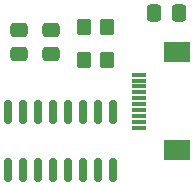
<source format=gbr>
%TF.GenerationSoftware,KiCad,Pcbnew,(6.0.11-0)*%
%TF.CreationDate,2023-06-25T12:17:34-05:00*%
%TF.ProjectId,TypePak,54797065-5061-46b2-9e6b-696361645f70,rev?*%
%TF.SameCoordinates,Original*%
%TF.FileFunction,Paste,Top*%
%TF.FilePolarity,Positive*%
%FSLAX46Y46*%
G04 Gerber Fmt 4.6, Leading zero omitted, Abs format (unit mm)*
G04 Created by KiCad (PCBNEW (6.0.11-0)) date 2023-06-25 12:17:34*
%MOMM*%
%LPD*%
G01*
G04 APERTURE LIST*
G04 Aperture macros list*
%AMRoundRect*
0 Rectangle with rounded corners*
0 $1 Rounding radius*
0 $2 $3 $4 $5 $6 $7 $8 $9 X,Y pos of 4 corners*
0 Add a 4 corners polygon primitive as box body*
4,1,4,$2,$3,$4,$5,$6,$7,$8,$9,$2,$3,0*
0 Add four circle primitives for the rounded corners*
1,1,$1+$1,$2,$3*
1,1,$1+$1,$4,$5*
1,1,$1+$1,$6,$7*
1,1,$1+$1,$8,$9*
0 Add four rect primitives between the rounded corners*
20,1,$1+$1,$2,$3,$4,$5,0*
20,1,$1+$1,$4,$5,$6,$7,0*
20,1,$1+$1,$6,$7,$8,$9,0*
20,1,$1+$1,$8,$9,$2,$3,0*%
G04 Aperture macros list end*
%ADD10RoundRect,0.250000X0.350000X0.450000X-0.350000X0.450000X-0.350000X-0.450000X0.350000X-0.450000X0*%
%ADD11RoundRect,0.250000X-0.350000X-0.450000X0.350000X-0.450000X0.350000X0.450000X-0.350000X0.450000X0*%
%ADD12RoundRect,0.250000X0.475000X-0.337500X0.475000X0.337500X-0.475000X0.337500X-0.475000X-0.337500X0*%
%ADD13RoundRect,0.250000X0.337500X0.475000X-0.337500X0.475000X-0.337500X-0.475000X0.337500X-0.475000X0*%
%ADD14RoundRect,0.150000X0.150000X-0.825000X0.150000X0.825000X-0.150000X0.825000X-0.150000X-0.825000X0*%
%ADD15R,1.300000X0.300000*%
%ADD16R,2.200000X1.800000*%
G04 APERTURE END LIST*
D10*
%TO.C,FB1*%
X152250000Y-94750000D03*
X150250000Y-94750000D03*
%TD*%
D11*
%TO.C,FB2*%
X150250000Y-92000000D03*
X152250000Y-92000000D03*
%TD*%
D12*
%TO.C,C1*%
X144750000Y-94287500D03*
X144750000Y-92212500D03*
%TD*%
D13*
%TO.C,C3*%
X158287500Y-90750000D03*
X156212500Y-90750000D03*
%TD*%
D14*
%TO.C,U2*%
X143855000Y-104075000D03*
X145125000Y-104075000D03*
X146395000Y-104075000D03*
X147665000Y-104075000D03*
X148935000Y-104075000D03*
X150205000Y-104075000D03*
X151475000Y-104075000D03*
X152745000Y-104075000D03*
X152745000Y-99125000D03*
X151475000Y-99125000D03*
X150205000Y-99125000D03*
X148935000Y-99125000D03*
X147665000Y-99125000D03*
X146395000Y-99125000D03*
X145125000Y-99125000D03*
X143855000Y-99125000D03*
%TD*%
D12*
%TO.C,C2*%
X147500000Y-94287500D03*
X147500000Y-92212500D03*
%TD*%
D15*
%TO.C,J3*%
X154900000Y-96000000D03*
X154900000Y-96500000D03*
X154900000Y-97000000D03*
X154900000Y-97500000D03*
X154900000Y-98000000D03*
X154900000Y-98500000D03*
X154900000Y-99000000D03*
X154900000Y-99500000D03*
X154900000Y-100000000D03*
X154900000Y-100500000D03*
D16*
X158150000Y-94100000D03*
X158150000Y-102400000D03*
%TD*%
M02*

</source>
